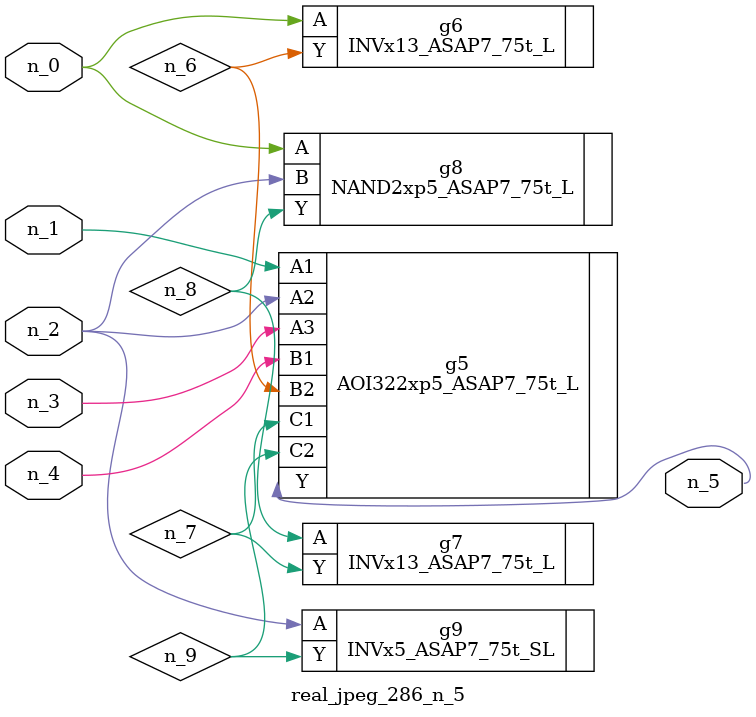
<source format=v>
module real_jpeg_286_n_5 (n_4, n_0, n_1, n_2, n_3, n_5);

input n_4;
input n_0;
input n_1;
input n_2;
input n_3;

output n_5;

wire n_8;
wire n_6;
wire n_7;
wire n_9;

INVx13_ASAP7_75t_L g6 ( 
.A(n_0),
.Y(n_6)
);

NAND2xp5_ASAP7_75t_L g8 ( 
.A(n_0),
.B(n_2),
.Y(n_8)
);

AOI322xp5_ASAP7_75t_L g5 ( 
.A1(n_1),
.A2(n_2),
.A3(n_3),
.B1(n_4),
.B2(n_6),
.C1(n_7),
.C2(n_9),
.Y(n_5)
);

INVx5_ASAP7_75t_SL g9 ( 
.A(n_2),
.Y(n_9)
);

INVx13_ASAP7_75t_L g7 ( 
.A(n_8),
.Y(n_7)
);


endmodule
</source>
